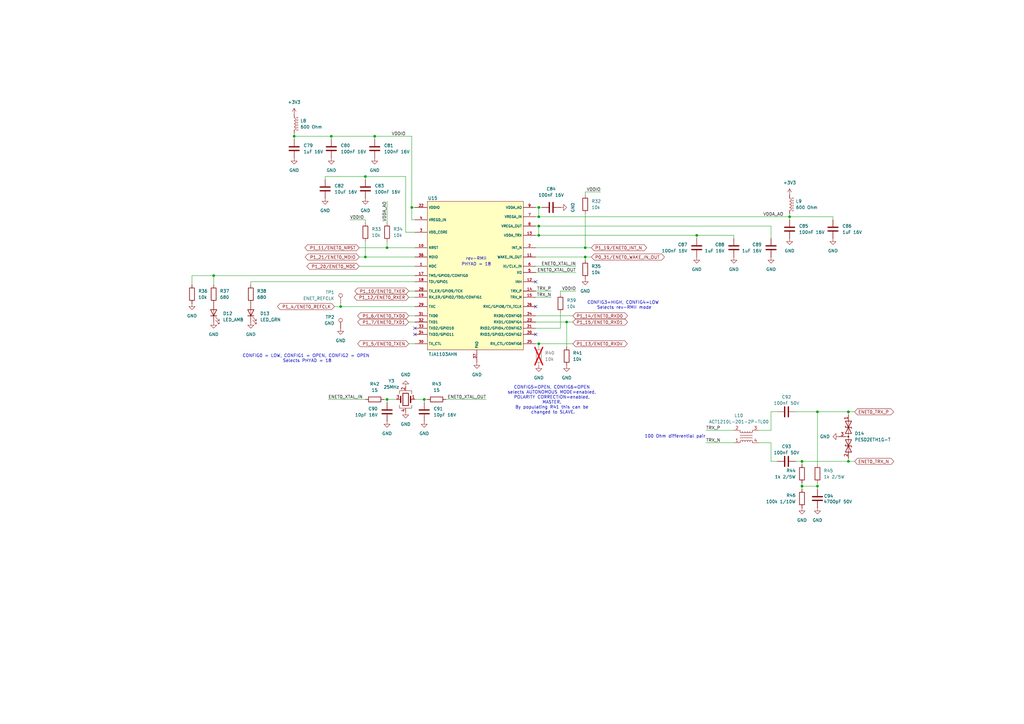
<source format=kicad_sch>
(kicad_sch (version 20231120) (generator "eeschema") (generator_version "8.0")
  (paper "A3")
  (title_block (title "MR-MCXN-T1 Sensor Node") (date "2025-03-28") (rev "X0") (company "NXP SEMICONDUCTORS B.V.") (comment 1 "CLASSIFICATION: INTERNAL USE ONLY") (comment 3 "DESIGNER: YOURI TILS") (comment 4 "CTO SYSTEM INNOVATIONS / MOBILE ROBOTICS DOMAIN"))
  (lib_symbols
    (symbol "Connector:TestPoint" (pin_numbers hide) (pin_names (offset 0.762) hide)
      (property "Reference" "TP" (at 0 6.858 0))
      (property "Value" "TestPoint" (at 0 5.08 0))
      (symbol "TestPoint_0_1"
        (circle (center 0 3.302) (radius 0.762))
      )
      (symbol "TestPoint_1_1"
        (pin passive line (at 0 0 90) (length 2.54) (name "1") (number "1"))
      )
    )
    (symbol "Device:C" (pin_numbers hide) (pin_names (offset 0.254))
      (property "Reference" "C" (at 0.635 2.54 0))
      (property "Value" "C" (at 0.635 -2.54 0))
      (symbol "C_0_1"
        (polyline (pts (xy -2.032 -0.762) (xy 2.032 -0.762)) (stroke (width 0.508)))
        (polyline (pts (xy -2.032 0.762) (xy 2.032 0.762)) (stroke (width 0.508)))
      )
      (symbol "C_1_1"
        (pin passive line (at 0 3.81 270) (length 2.794) (name "~") (number "1"))
        (pin passive line (at 0 -3.81 90) (length 2.794) (name "~") (number "2"))
      )
    )
    (symbol "Device:Crystal_GND24" (pin_names (offset 1.016) hide)
      (property "Reference" "Y" (at 3.175 5.08 0))
      (property "Value" "Crystal_GND24" (at 3.175 3.175 0))
      (symbol "Crystal_GND24_0_1"
        (rectangle (start -1.143 2.54) (end 1.143 -2.54) (stroke (width 0.3048)))
        (polyline (pts (xy -2.54 0) (xy -2.032 0)))
        (polyline (pts (xy -2.032 -1.27) (xy -2.032 1.27)) (stroke (width 0.508)))
        (polyline (pts (xy 0 -3.81) (xy 0 -3.556)))
        (polyline (pts (xy 0 3.556) (xy 0 3.81)))
        (polyline (pts (xy 2.032 -1.27) (xy 2.032 1.27)) (stroke (width 0.508)))
        (polyline (pts (xy 2.032 0) (xy 2.54 0)))
        (polyline (pts (xy -2.54 -2.286) (xy -2.54 -3.556) (xy 2.54 -3.556) (xy 2.54 -2.286)))
        (polyline (pts (xy -2.54 2.286) (xy -2.54 3.556) (xy 2.54 3.556) (xy 2.54 2.286)))
      )
      (symbol "Crystal_GND24_1_1"
        (pin passive line (at -3.81 0 0) (length 1.27) (name "1") (number "1"))
        (pin passive line (at 0 5.08 270) (length 1.27) (name "2") (number "2"))
        (pin passive line (at 3.81 0 180) (length 1.27) (name "3") (number "3"))
        (pin passive line (at 0 -5.08 90) (length 1.27) (name "4") (number "4"))
      )
    )
    (symbol "Device:LED" (pin_numbers hide) (pin_names (offset 1.016) hide)
      (property "Reference" "D" (at 0 2.54 0))
      (property "Value" "LED" (at 0 -2.54 0))
      (symbol "LED_0_1"
        (polyline (pts (xy -1.27 -1.27) (xy -1.27 1.27)) (stroke (width 0.254)))
        (polyline (pts (xy -1.27 0) (xy 1.27 0)))
        (polyline (pts (xy 1.27 -1.27) (xy 1.27 1.27) (xy -1.27 0) (xy 1.27 -1.27)) (stroke (width 0.254)))
        (polyline (pts (xy -3.048 -0.762) (xy -4.572 -2.286) (xy -3.81 -2.286) (xy -4.572 -2.286) (xy -4.572 -1.524)))
        (polyline (pts (xy -1.778 -0.762) (xy -3.302 -2.286) (xy -2.54 -2.286) (xy -3.302 -2.286) (xy -3.302 -1.524)))
      )
      (symbol "LED_1_1"
        (pin passive line (at -3.81 0 0) (length 2.54) (name "K") (number "1"))
        (pin passive line (at 3.81 0 180) (length 2.54) (name "A") (number "2"))
      )
    )
    (symbol "Device:L_Ferrite" (pin_numbers hide) (pin_names (offset 1.016) hide)
      (property "Reference" "L" (at -1.27 0 90))
      (property "Value" "L_Ferrite" (at 2.794 0 90))
      (symbol "L_Ferrite_0_1"
        (arc (start 0 -2.54) (mid 0.6323 -1.905) (end 0 -1.27))
        (arc (start 0 -1.27) (mid 0.6323 -0.635) (end 0 0))
        (polyline (pts (xy 1.016 -2.794) (xy 1.016 -2.286)))
        (polyline (pts (xy 1.016 -1.778) (xy 1.016 -1.27)))
        (polyline (pts (xy 1.016 -0.762) (xy 1.016 -0.254)))
        (polyline (pts (xy 1.016 0.254) (xy 1.016 0.762)))
        (polyline (pts (xy 1.016 1.27) (xy 1.016 1.778)))
        (polyline (pts (xy 1.016 2.286) (xy 1.016 2.794)))
        (polyline (pts (xy 1.524 -2.286) (xy 1.524 -2.794)))
        (polyline (pts (xy 1.524 -1.27) (xy 1.524 -1.778)))
        (polyline (pts (xy 1.524 -0.254) (xy 1.524 -0.762)))
        (polyline (pts (xy 1.524 0.762) (xy 1.524 0.254)))
        (polyline (pts (xy 1.524 1.778) (xy 1.524 1.27)))
        (polyline (pts (xy 1.524 2.794) (xy 1.524 2.286)))
        (arc (start 0 0) (mid 0.6323 0.635) (end 0 1.27))
        (arc (start 0 1.27) (mid 0.6323 1.905) (end 0 2.54))
      )
      (symbol "L_Ferrite_1_1"
        (pin passive line (at 0 3.81 270) (length 1.27) (name "1") (number "1"))
        (pin passive line (at 0 -3.81 90) (length 1.27) (name "2") (number "2"))
      )
    )
    (symbol "Device:R" (pin_numbers hide) (pin_names (offset 0))
      (property "Reference" "R" (at 2.032 0 90))
      (property "Value" "R" (at 0 0 90))
      (symbol "R_0_1"
        (rectangle (start -1.016 -2.54) (end 1.016 2.54) (stroke (width 0.254)))
      )
      (symbol "R_1_1"
        (pin passive line (at 0 3.81 270) (length 1.27) (name "~") (number "1"))
        (pin passive line (at 0 -3.81 90) (length 1.27) (name "~") (number "2"))
      )
    )
    (symbol "Diodes:PESD2ETH1G-T" (pin_names hide)
      (property "Reference" "D" (at 0.254 6.604 0))
      (property "Value" "PESD2ETH1G-T" (at 0.254 4.064 0))
      (symbol "PESD2ETH1G-T_0_0"
        (polyline (pts (xy 8.89 -1.27) (xy 8.89 0)))
      )
      (symbol "PESD2ETH1G-T_0_1"
        (polyline (pts (xy 2.54 0) (xy 15.24 0)))
        (polyline (pts (xy 5.588 1.27) (xy 5.08 1.27) (xy 5.08 -1.27) (xy 4.572 -1.27)) (stroke (width 0.254)))
        (polyline (pts (xy 13.208 1.27) (xy 12.7 1.27) (xy 12.7 -1.27) (xy 12.192 -1.27)) (stroke (width 0.254)))
        (polyline (pts (xy 2.54 1.27) (xy 7.62 -1.27) (xy 7.62 1.27) (xy 2.54 -1.27) (xy 2.54 1.27)) (stroke (width 0.254)))
        (polyline (pts (xy 15.24 1.27) (xy 10.16 -1.27) (xy 10.16 1.27) (xy 15.24 -1.27) (xy 15.24 1.27)) (stroke (width 0.254)))
        (circle (center 8.89 0) (radius 0.254) (fill (type outline)))
      )
      (symbol "PESD2ETH1G-T_1_1"
        (pin passive line (at 0 0 0) (length 2.54) (name "A1") (number "1"))
        (pin passive line (at 17.78 0 180) (length 2.54) (name "A2") (number "2"))
        (pin passive line (at 8.89 -3.81 90) (length 2.54) (name "common") (number "3"))
      )
    )
    (symbol "Inductors:ACT1210L-201-2P-TL00" (pin_names hide)
      (property "Reference" "L" (at 0.508 6.604 0))
      (property "Value" "ACT1210L-201-2P-TL00" (at 0.508 4.064 0))
      (symbol "ACT1210L-201-2P-TL00_0_1"
        (polyline (pts (xy 2.54 -4.572) (xy 2.54 -5.08)))
        (polyline (pts (xy 2.54 -2.032) (xy 7.62 -2.032)))
        (polyline (pts (xy 2.54 -0.508) (xy 2.54 0)))
        (polyline (pts (xy 7.62 -4.572) (xy 7.62 -5.08)))
        (polyline (pts (xy 7.62 -3.048) (xy 2.54 -3.048)))
        (polyline (pts (xy 7.62 0) (xy 7.62 -0.508)))
        (arc (start 2.54 -0.508) (mid 3.048 -1.0138) (end 3.556 -0.508))
        (arc (start 3.556 -4.572) (mid 3.048 -4.0662) (end 2.54 -4.572))
        (arc (start 3.556 -0.508) (mid 4.064 -1.0138) (end 4.572 -0.508))
        (arc (start 4.572 -4.572) (mid 4.064 -4.0662) (end 3.556 -4.572))
        (arc (start 4.572 -0.508) (mid 5.08 -1.0138) (end 5.588 -0.508))
        (arc (start 5.588 -4.572) (mid 5.08 -4.0662) (end 4.572 -4.572))
        (arc (start 5.588 -0.508) (mid 6.096 -1.0138) (end 6.604 -0.508))
        (arc (start 6.604 -4.572) (mid 6.096 -4.0662) (end 5.588 -4.572))
        (arc (start 6.604 -0.508) (mid 7.112 -1.0138) (end 7.62 -0.508))
        (arc (start 7.62 -4.572) (mid 7.112 -4.0662) (end 6.604 -4.572))
      )
      (symbol "ACT1210L-201-2P-TL00_1_1"
        (pin passive line (at 0 0 0) (length 2.54) (name "1") (number "1"))
        (pin passive line (at 0 -5.08 0) (length 2.54) (name "2") (number "2"))
        (pin passive line (at 10.16 -5.08 180) (length 2.54) (name "3") (number "3"))
        (pin passive line (at 10.16 0 180) (length 2.54) (name "4") (number "4"))
      )
    )
    (symbol "Transceivers:TJA1103AHN"
      (property "Reference" "U" (at -19.304 31.75 0))
      (property "Value" "TJA1103AHN" (at -13.97 -32.004 0))
      (symbol "TJA1103AHN_1_0"
        (pin input line (at -25.4 3.81 0) (length 5.08) (name "MDC") (number "1"))
        (pin input line (at -25.4 11.43 0) (length 5.08) (name "NRST") (number "10"))
        (pin bidirectional line (at 24.13 7.62 180) (length 5.08) (name "WAKE_IN_OUT") (number "11"))
        (pin output line (at 24.13 -2.54 180) (length 5.08) (name "INH") (number "12"))
        (pin power_in line (at 24.13 16.51 180) (length 5.08) (name "VDDA_TRX") (number "13"))
        (pin bidirectional line (at 24.13 -6.35 180) (length 5.08) (name "TRX_P") (number "14"))
        (pin bidirectional line (at 24.13 -8.89 180) (length 5.08) (name "TRX_M") (number "15"))
        (pin power_in line (at 24.13 16.51 180) (length 5.08) hide (name "VDDA_TRX") (number "16"))
        (pin bidirectional line (at -25.4 0 0) (length 5.08) (name "TMS/GPIO0/CONFIG0") (number "17"))
        (pin bidirectional line (at -25.4 -2.54 0) (length 5.08) (name "TDI/GPIO1") (number "18"))
        (pin bidirectional line (at -25.4 -8.89 0) (length 5.08) (name "RX_ER/GPIO2/TDO/CONFIG1") (number "19"))
        (pin output line (at 24.13 11.43 180) (length 5.08) (name "INT_N") (number "2"))
        (pin bidirectional line (at 24.13 -24.13 180) (length 5.08) (name "RXD3/GPIO3/CONFIG2") (number "20"))
        (pin bidirectional line (at 24.13 -21.59 180) (length 5.08) (name "RXD2/GPIO4/CONFIG3") (number "21"))
        (pin power_in line (at -25.4 27.94 0) (length 5.08) (name "VDDIO") (number "22"))
        (pin bidirectional line (at 24.13 -19.05 180) (length 5.08) (name "RXD1/CONFIG4") (number "23"))
        (pin bidirectional line (at 24.13 -16.51 180) (length 5.08) (name "RXD0/CONFIG5") (number "24"))
        (pin bidirectional line (at 24.13 -27.94 180) (length 5.08) (name "RX_CTL/CONFIG6") (number "25"))
        (pin bidirectional line (at 24.13 -12.7 180) (length 5.08) (name "RXC/GPIO8/TX_TCLK") (number "26"))
        (pin power_in line (at -25.4 27.94 0) (length 5.08) hide (name "VDDIO") (number "27"))
        (pin bidirectional line (at -25.4 -6.35 0) (length 5.08) (name "TX_ER/GPIO9/TCK") (number "28"))
        (pin bidirectional line (at -25.4 -12.7 0) (length 5.08) (name "TXC") (number "29"))
        (pin power_in line (at -25.4 17.78 0) (length 5.08) (name "VDD_CORE") (number "3"))
        (pin input line (at -25.4 -27.94 0) (length 5.08) (name "TX_CTL") (number "30"))
        (pin input line (at -25.4 -16.51 0) (length 5.08) (name "TXD0") (number "31"))
        (pin input line (at -25.4 -19.05 0) (length 5.08) (name "TXD1") (number "32"))
        (pin bidirectional line (at -25.4 -21.59 0) (length 5.08) (name "TXD2/GPIO10") (number "33"))
        (pin bidirectional line (at -25.4 -24.13 0) (length 5.08) (name "TXD3/GPIO11") (number "34"))
        (pin power_in line (at -25.4 27.94 0) (length 5.08) hide (name "VDDIO") (number "35"))
        (pin bidirectional line (at -25.4 7.62 0) (length 5.08) (name "MDIO") (number "36"))
        (pin power_in line (at 0 -35.56 90) (length 5.08) (name "PAD") (number "37"))
        (pin power_in line (at -25.4 22.86 0) (length 5.08) (name "VREGD_IN") (number "4"))
        (pin output line (at 24.13 1.27 180) (length 5.08) (name "XO") (number "5"))
        (pin input line (at 24.13 3.81 180) (length 5.08) (name "XI/CLK_IN") (number "6"))
        (pin power_in line (at 24.13 24.13 180) (length 5.08) (name "VREGA_IN") (number "7"))
        (pin power_in line (at 24.13 20.32 180) (length 5.08) (name "VREGA_OUT") (number "8"))
        (pin power_in line (at 24.13 27.94 180) (length 5.08) (name "VDDA_AO") (number "9"))
      )
      (symbol "TJA1103AHN_1_1"
        (rectangle (start -20.32 30.48) (end 19.05 -30.48) (fill (type background)))
      )
    )
    (symbol "power:+5V" (power) (pin_numbers hide) (pin_names (offset 0) hide)
      (property "Value" "+5V" (at 0 3.556 0))
      (symbol "+5V_0_1"
        (polyline (pts (xy -0.762 1.27) (xy 0 2.54)))
        (polyline (pts (xy 0 0) (xy 0 2.54)))
        (polyline (pts (xy 0 2.54) (xy 0.762 1.27)))
      )
      (symbol "+5V_1_1"
        (pin power_in line (at 0 0 90) (length 0) (name "~") (number "1"))
      )
    )
    (symbol "power:GND" (power) (pin_numbers hide) (pin_names (offset 0) hide)
      (property "Value" "GND" (at 0 -3.81 0))
      (symbol "GND_0_1"
        (polyline (pts (xy 0 0) (xy 0 -1.27) (xy 1.27 -1.27) (xy 0 -2.54) (xy -1.27 -1.27) (xy 0 -1.27)))
      )
      (symbol "GND_1_1"
        (pin power_in line (at 0 0 270) (length 0) (name "~") (number "1"))
      )
    )
  )
  (junction (at 323.85 88.9))
  (junction (at 139.7 125.73))
  (junction (at 173.99 163.83))
  (junction (at 328.93 199.39))
  (junction (at 149.86 105.41))
  (junction (at 158.75 163.83))
  (junction (at 335.28 199.39))
  (junction (at 240.03 101.6))
  (junction (at 232.41 132.08))
  (junction (at 168.91 85.09))
  (junction (at 220.98 96.52))
  (junction (at 220.98 85.09))
  (junction (at 285.75 96.52))
  (junction (at 347.98 189.23))
  (junction (at 87.63 113.03))
  (junction (at 120.65 55.88))
  (junction (at 220.98 92.71))
  (junction (at 335.28 168.91))
  (junction (at 347.98 168.91))
  (junction (at 158.75 101.6))
  (junction (at 220.98 140.97))
  (junction (at 135.89 55.88))
  (junction (at 328.93 189.23))
  (junction (at 153.67 55.88))
  (junction (at 240.03 105.41))
  (junction (at 220.98 88.9))
  (junction (at 149.86 72.39))
  (no_connect (at 219.71 115.57))
  (no_connect (at 170.18 134.62))
  (no_connect (at 219.71 137.16))
  (no_connect (at 170.18 137.16))
  (no_connect (at 219.71 125.73))
  (wire (pts (xy 149.86 99.06) (xy 149.86 105.41)))
  (wire (pts (xy 143.51 90.17) (xy 149.86 90.17)))
  (wire (pts (xy 158.75 163.83) (xy 162.56 163.83)))
  (wire (pts (xy 158.75 82.55) (xy 158.75 91.44)))
  (wire (pts (xy 166.37 95.25) (xy 170.18 95.25)))
  (wire (pts (xy 341.63 88.9) (xy 341.63 90.17)))
  (wire (pts (xy 149.86 72.39) (xy 133.35 72.39)))
  (wire (pts (xy 220.98 92.71) (xy 316.23 92.71)))
  (wire (pts (xy 326.39 168.91) (xy 335.28 168.91)))
  (wire (pts (xy 289.56 176.53) (xy 300.99 176.53)))
  (wire (pts (xy 219.71 105.41) (xy 240.03 105.41)))
  (wire (pts (xy 219.71 85.09) (xy 220.98 85.09)))
  (wire (pts (xy 149.86 73.66) (xy 149.86 72.39)))
  (wire (pts (xy 316.23 168.91) (xy 316.23 176.53)))
  (wire (pts (xy 220.98 88.9) (xy 323.85 88.9)))
  (wire (pts (xy 149.86 72.39) (xy 166.37 72.39)))
  (wire (pts (xy 316.23 189.23) (xy 316.23 181.61)))
  (wire (pts (xy 326.39 189.23) (xy 328.93 189.23)))
  (wire (pts (xy 347.98 168.91) (xy 350.52 168.91)))
  (wire (pts (xy 289.56 181.61) (xy 300.99 181.61)))
  (wire (pts (xy 240.03 80.01) (xy 240.03 78.74)))
  (wire (pts (xy 102.87 115.57) (xy 170.18 115.57)))
  (wire (pts (xy 347.98 189.23) (xy 347.98 187.96)))
  (wire (pts (xy 316.23 97.79) (xy 316.23 92.71)))
  (wire (pts (xy 167.64 132.08) (xy 170.18 132.08)))
  (wire (pts (xy 220.98 85.09) (xy 220.98 88.9)))
  (wire (pts (xy 300.99 97.79) (xy 300.99 96.52)))
  (wire (pts (xy 133.35 73.66) (xy 133.35 72.39)))
  (wire (pts (xy 135.89 55.88) (xy 153.67 55.88)))
  (wire (pts (xy 157.48 163.83) (xy 158.75 163.83)))
  (wire (pts (xy 153.67 55.88) (xy 153.67 57.15)))
  (wire (pts (xy 220.98 85.09) (xy 222.25 85.09)))
  (wire (pts (xy 158.75 99.06) (xy 158.75 101.6)))
  (wire (pts (xy 102.87 115.57) (xy 102.87 116.84)))
  (wire (pts (xy 182.88 163.83) (xy 199.39 163.83)))
  (wire (pts (xy 328.93 199.39) (xy 335.28 199.39)))
  (wire (pts (xy 234.95 140.97) (xy 220.98 140.97)))
  (wire (pts (xy 87.63 113.03) (xy 87.63 116.84)))
  (wire (pts (xy 328.93 199.39) (xy 328.93 200.66)))
  (wire (pts (xy 335.28 199.39) (xy 335.28 200.66)))
  (wire (pts (xy 173.99 163.83) (xy 175.26 163.83)))
  (wire (pts (xy 335.28 168.91) (xy 335.28 190.5)))
  (wire (pts (xy 347.98 189.23) (xy 350.52 189.23)))
  (wire (pts (xy 173.99 163.83) (xy 173.99 165.1)))
  (wire (pts (xy 219.71 88.9) (xy 220.98 88.9)))
  (wire (pts (xy 220.98 96.52) (xy 219.71 96.52)))
  (wire (pts (xy 147.32 101.6) (xy 158.75 101.6)))
  (wire (pts (xy 220.98 140.97) (xy 219.71 140.97)))
  (wire (pts (xy 170.18 163.83) (xy 173.99 163.83)))
  (wire (pts (xy 219.71 121.92) (xy 226.06 121.92)))
  (wire (pts (xy 316.23 168.91) (xy 318.77 168.91)))
  (wire (pts (xy 167.64 140.97) (xy 170.18 140.97)))
  (wire (pts (xy 242.57 105.41) (xy 240.03 105.41)))
  (wire (pts (xy 219.71 92.71) (xy 220.98 92.71)))
  (wire (pts (xy 78.74 113.03) (xy 87.63 113.03)))
  (wire (pts (xy 232.41 132.08) (xy 232.41 142.24)))
  (wire (pts (xy 240.03 78.74) (xy 246.38 78.74)))
  (wire (pts (xy 167.64 129.54) (xy 170.18 129.54)))
  (wire (pts (xy 328.93 198.12) (xy 328.93 199.39)))
  (wire (pts (xy 311.15 176.53) (xy 316.23 176.53)))
  (wire (pts (xy 120.65 54.61) (xy 120.65 55.88)))
  (wire (pts (xy 347.98 168.91) (xy 347.98 170.18)))
  (wire (pts (xy 285.75 97.79) (xy 285.75 96.52)))
  (wire (pts (xy 234.95 129.54) (xy 219.71 129.54)))
  (wire (pts (xy 153.67 55.88) (xy 168.91 55.88)))
  (wire (pts (xy 147.32 105.41) (xy 149.86 105.41)))
  (wire (pts (xy 167.64 119.38) (xy 170.18 119.38)))
  (wire (pts (xy 316.23 181.61) (xy 311.15 181.61)))
  (wire (pts (xy 147.32 109.22) (xy 170.18 109.22)))
  (wire (pts (xy 220.98 140.97) (xy 220.98 142.24)))
  (wire (pts (xy 219.71 109.22) (xy 236.22 109.22)))
  (wire (pts (xy 219.71 132.08) (xy 232.41 132.08)))
  (wire (pts (xy 323.85 88.9) (xy 323.85 90.17)))
  (wire (pts (xy 139.7 124.46) (xy 139.7 125.73)))
  (wire (pts (xy 78.74 116.84) (xy 78.74 113.03)))
  (wire (pts (xy 335.28 168.91) (xy 347.98 168.91)))
  (wire (pts (xy 219.71 134.62) (xy 229.87 134.62)))
  (wire (pts (xy 170.18 90.17) (xy 168.91 90.17)))
  (wire (pts (xy 219.71 119.38) (xy 226.06 119.38)))
  (wire (pts (xy 316.23 189.23) (xy 318.77 189.23)))
  (wire (pts (xy 149.86 105.41) (xy 170.18 105.41)))
  (wire (pts (xy 134.62 163.83) (xy 149.86 163.83)))
  (wire (pts (xy 323.85 87.63) (xy 323.85 88.9)))
  (wire (pts (xy 168.91 85.09) (xy 170.18 85.09)))
  (wire (pts (xy 220.98 96.52) (xy 285.75 96.52)))
  (wire (pts (xy 335.28 198.12) (xy 335.28 199.39)))
  (wire (pts (xy 158.75 101.6) (xy 170.18 101.6)))
  (wire (pts (xy 120.65 55.88) (xy 120.65 57.15)))
  (wire (pts (xy 229.87 134.62) (xy 229.87 128.27)))
  (wire (pts (xy 328.93 189.23) (xy 347.98 189.23)))
  (wire (pts (xy 328.93 189.23) (xy 328.93 190.5)))
  (wire (pts (xy 139.7 125.73) (xy 170.18 125.73)))
  (wire (pts (xy 219.71 101.6) (xy 240.03 101.6)))
  (wire (pts (xy 166.37 72.39) (xy 166.37 95.25)))
  (wire (pts (xy 242.57 101.6) (xy 240.03 101.6)))
  (wire (pts (xy 170.18 113.03) (xy 87.63 113.03)))
  (wire (pts (xy 158.75 163.83) (xy 158.75 165.1)))
  (wire (pts (xy 240.03 105.41) (xy 240.03 106.68)))
  (wire (pts (xy 220.98 92.71) (xy 220.98 96.52)))
  (wire (pts (xy 168.91 90.17) (xy 168.91 85.09)))
  (wire (pts (xy 219.71 111.76) (xy 236.22 111.76)))
  (wire (pts (xy 167.64 121.92) (xy 170.18 121.92)))
  (wire (pts (xy 285.75 96.52) (xy 300.99 96.52)))
  (wire (pts (xy 323.85 88.9) (xy 341.63 88.9)))
  (wire (pts (xy 240.03 101.6) (xy 240.03 87.63)))
  (wire (pts (xy 232.41 132.08) (xy 234.95 132.08)))
  (wire (pts (xy 135.89 57.15) (xy 135.89 55.88)))
  (wire (pts (xy 229.87 119.38) (xy 236.22 119.38)))
  (wire (pts (xy 137.16 125.73) (xy 139.7 125.73)))
  (wire (pts (xy 149.86 90.17) (xy 149.86 91.44)))
  (wire (pts (xy 120.65 55.88) (xy 135.89 55.88)))
  (wire (pts (xy 229.87 120.65) (xy 229.87 119.38)))
  (wire (pts (xy 168.91 85.09) (xy 168.91 55.88)))
  (text "CONFIG0 = LOW, CONFIG1 = OPEN, CONFIG2 = OPEN \nSelects PHYAD = 18" (at 125.984 147.066 0) (effects (font (size 1.27 1.27))))
  (text "100 Ohm differential pair" (at 276.86 179.07 0) (effects (font (size 1.27 1.27))))
  (text "rev-RMII" (at 195.326 106.172 0) (effects (font (size 1.27 1.27))))
  (text "PHYAD = 18" (at 195.326 108.458 0) (effects (font (size 1.27 1.27))))
  (text "CONFIG5=OPEN, CONFIG6=OPEN \nselects AUTONOMOUS MODE=enabled, \nPOLARITY CORRECTION=enabled, \nMASTER. \nBy populating R41 this can be \nchanged to SLAVE." (at 226.822 164.084 0) (effects (font (size 1.27 1.27))))
  (text "CONFIG3=HIGH, CONFIG4=LOW \nSelects rev-RMII mode" (at 256.032 125.222 0) (effects (font (size 1.27 1.27))))
  (label "VDDIO" (at 143.51 90.17 0))
  (label "VDDA_AO" (at 158.75 82.55 270))
  (label "TRX_N" (at 289.56 181.61 0))
  (label "VDDIO" (at 236.22 119.38 180))
  (label "ENET0_XTAL_OUT" (at 199.39 163.83 180))
  (label "TRX_N" (at 226.06 121.92 180))
  (label "TRX_P" (at 226.06 119.38 180))
  (label "TRX_P" (at 289.56 176.53 0))
  (label "VDDIO" (at 246.38 78.74 180))
  (label "ENET0_XTAL_OUT" (at 236.22 111.76 180))
  (label "VDDIO" (at 166.37 55.88 180))
  (label "ENET0_XTAL_IN" (at 236.22 109.22 180))
  (label "VDDA_AO" (at 321.31 88.9 180))
  (label "ENET0_XTAL_IN" (at 134.62 163.83 0))
  (global_label "P1_15{slash}ENET0_RXD1" (shape bidirectional) (at 234.95 132.08 0) (property "Intersheetrefs" "${INTERSHEET_REFS}" (at 257.9753 132.08 0) (effects (justify left))))
  (global_label "P1_10{slash}ENET0_TXER" (shape bidirectional) (at 167.64 119.38 180) (property "Intersheetrefs" "${INTERSHEET_REFS}" (at 144.9776 119.38 0) (effects (justify right))))
  (global_label "P1_7{slash}ENET0_TXD1" (shape bidirectional) (at 167.64 132.08 180) (property "Intersheetrefs" "${INTERSHEET_REFS}" (at 146.1266 132.08 0) (effects (justify right))))
  (global_label "P1_19{slash}ENET0_INT_N" (shape bidirectional) (at 242.57 101.6 0) (property "Intersheetrefs" "${INTERSHEET_REFS}" (at 265.8373 101.6 0) (effects (justify left))))
  (global_label "P0_31{slash}ENET0_WAKE_IN_OUT" (shape bidirectional) (at 242.57 105.41 0) (property "Intersheetrefs" "${INTERSHEET_REFS}" (at 273.0944 105.41 0) (effects (justify left))))
  (global_label "P1_4{slash}ENET0_REFCLK" (shape bidirectional) (at 137.16 125.73 180) (property "Intersheetrefs" "${INTERSHEET_REFS}" (at 113.2275 125.73 0) (effects (justify right))))
  (global_label "P1_6{slash}ENET0_TXD0" (shape bidirectional) (at 167.64 129.54 180) (property "Intersheetrefs" "${INTERSHEET_REFS}" (at 146.1266 129.54 0) (effects (justify right))))
  (global_label "P1_13{slash}ENET0_RXDV" (shape bidirectional) (at 234.95 140.97 0) (property "Intersheetrefs" "${INTERSHEET_REFS}" (at 257.8544 140.97 0) (effects (justify left))))
  (global_label "P1_12{slash}ENET0_RXER" (shape bidirectional) (at 167.64 121.92 180) (property "Intersheetrefs" "${INTERSHEET_REFS}" (at 144.6752 121.92 0) (effects (justify right))))
  (global_label "P1_21{slash}ENET0_MDIO" (shape bidirectional) (at 147.32 105.41 180) (property "Intersheetrefs" "${INTERSHEET_REFS}" (at 124.597 105.41 0) (effects (justify right))))
  (global_label "P1_5{slash}ENET0_TXEN" (shape bidirectional) (at 167.64 140.97 180) (property "Intersheetrefs" "${INTERSHEET_REFS}" (at 146.1266 140.97 0) (effects (justify right))))
  (global_label "ENET0_TRX_P" (shape bidirectional) (at 350.52 168.91 0) (property "Intersheetrefs" "${INTERSHEET_REFS}" (at 367.0744 168.91 0) (effects (justify left))))
  (global_label "P1_20{slash}ENET0_MDC" (shape bidirectional) (at 147.32 109.22 180) (property "Intersheetrefs" "${INTERSHEET_REFS}" (at 125.2623 109.22 0) (effects (justify right))))
  (global_label "ENET0_TRX_N" (shape bidirectional) (at 350.52 189.23 0) (property "Intersheetrefs" "${INTERSHEET_REFS}" (at 367.1349 189.23 0) (effects (justify left))))
  (global_label "P1_11{slash}ENET0_NRST" (shape bidirectional) (at 147.32 101.6 180) (property "Intersheetrefs" "${INTERSHEET_REFS}" (at 124.4761 101.6 0) (effects (justify right))))
  (global_label "P1_14{slash}ENET0_RXD0" (shape bidirectional) (at 234.95 129.54 0) (property "Intersheetrefs" "${INTERSHEET_REFS}" (at 257.9753 129.54 0) (effects (justify left))))
  (symbol (lib_id "Device:C") (at 149.86 77.47 180) (unit 1)
    (property "Reference" "C83" (at 153.67 76.1999 0) (effects (justify right)))
    (property "Value" "100nF 16V" (at 153.67 78.7399 0) (effects (justify right)))
    (property "Footprint" "Capacitor_SMD:C_0402_1005Metric" (effects (hide yes)))
    (property "Description" "Unpolarized capacitor" (effects (hide yes)))
    (property "Supplier" "JLCPCB" (effects (hide yes)))
    (property "MF" "Samsung Electro-Mechanics" (effects (hide yes)))
    (property "MFPN" "CL05B104KO5NNNC" (effects (hide yes)))
    (property "Supplier PN" "C1525" (effects (hide yes)))
  )
  (symbol (lib_id "power:GND") (at 344.17 179.07 270) (unit 1)
    (property "Reference" "#PWR0232" (effects (hide yes)))
    (property "Value" "GND" (at 340.36 179.0699 90) (effects (justify right)))
    (property "Description" "Power symbol creates a global label with name \"GND\" , ground" (effects (hide yes)))
  )
  (symbol (lib_id "Device:L_Ferrite") (at 323.85 83.82 0) (unit 1)
    (property "Reference" "L9" (at 326.39 82.5499 0) (effects (justify left)))
    (property "Value" "600 Ohm" (at 326.39 85.0899 0) (effects (justify left)))
    (property "Footprint" "Inductor_SMD:L_0402_1005Metric" (effects (hide yes)))
    (property "Datasheet" "https://www.murata.com/en-us/products/productdata/8796740059166/ENFA0018.pdf" (effects (hide yes)))
    (property "Description" "600 Ohms @ 100 MHz 1 Ferrite Bead 0402 (1005 Metric) 300mA 520mOhm" (effects (hide yes)))
    (property "MF" "Murata Electronics" (effects (hide yes)))
    (property "MFPN" "BLM15AG601SN1D" (effects (hide yes)))
    (property "Supplier" "JLCPCB" (effects (hide yes)))
    (property "Supplier PN" "C76884" (effects (hide yes)))
  )
  (symbol (lib_id "power:GND") (at 285.75 105.41 0) (unit 1)
    (property "Reference" "#PWR0217" (effects (hide yes)))
    (property "Value" "GND" (at 285.75 110.49 0))
    (property "Description" "Power symbol creates a global label with name \"GND\" , ground" (effects (hide yes)))
  )
  (symbol (lib_id "Device:C") (at 341.63 93.98 180) (unit 1)
    (property "Reference" "C86" (at 345.44 92.7099 0) (effects (justify right)))
    (property "Value" "1uF 16V" (at 345.44 95.2499 0) (effects (justify right)))
    (property "Footprint" "Capacitor_SMD:C_0603_1608Metric" (effects (hide yes)))
    (property "Description" "Unpolarized capacitor" (effects (hide yes)))
    (property "Supplier" "JLCPCB" (effects (hide yes)))
    (property "MF" "Samsung Electro-Mechanics" (effects (hide yes)))
    (property "MFPN" "CL10B105KO8NNNC" (effects (hide yes)))
    (property "Supplier PN" "C59782" (effects (hide yes)))
  )
  (symbol (lib_id "Device:C") (at 323.85 93.98 180) (unit 1)
    (property "Reference" "C85" (at 327.66 92.7099 0) (effects (justify right)))
    (property "Value" "100nF 16V" (at 327.66 95.2499 0) (effects (justify right)))
    (property "Footprint" "Capacitor_SMD:C_0402_1005Metric" (effects (hide yes)))
    (property "Description" "Unpolarized capacitor" (effects (hide yes)))
    (property "Supplier" "JLCPCB" (effects (hide yes)))
    (property "MF" "Samsung Electro-Mechanics" (effects (hide yes)))
    (property "MFPN" "CL05B104KO5NNNC" (effects (hide yes)))
    (property "Supplier PN" "C1525" (effects (hide yes)))
  )
  (symbol (lib_id "power:GND") (at 173.99 172.72 0) (unit 1)
    (property "Reference" "#PWR0231" (effects (hide yes)))
    (property "Value" "GND" (at 173.99 177.8 0))
    (property "Description" "Power symbol creates a global label with name \"GND\" , ground" (effects (hide yes)))
  )
  (symbol (lib_id "Device:L_Ferrite") (at 120.65 50.8 0) (unit 1)
    (property "Reference" "L8" (at 123.19 49.5299 0) (effects (justify left)))
    (property "Value" "600 Ohm" (at 123.19 52.0699 0) (effects (justify left)))
    (property "Footprint" "Inductor_SMD:L_0402_1005Metric" (effects (hide yes)))
    (property "Datasheet" "https://www.murata.com/en-us/products/productdata/8796740059166/ENFA0018.pdf" (effects (hide yes)))
    (property "Description" "600 Ohms @ 100 MHz 1 Ferrite Bead 0402 (1005 Metric) 300mA 520mOhm" (effects (hide yes)))
    (property "MF" "Murata Electronics" (effects (hide yes)))
    (property "MFPN" "BLM15AG601SN1D" (effects (hide yes)))
    (property "Supplier" "JLCPCB" (effects (hide yes)))
    (property "Supplier PN" "C76884" (effects (hide yes)))
  )
  (symbol (lib_id "Device:C") (at 133.35 77.47 180) (unit 1)
    (property "Reference" "C82" (at 137.16 76.1999 0) (effects (justify right)))
    (property "Value" "10uF 16V" (at 137.16 78.7399 0) (effects (justify right)))
    (property "Footprint" "Capacitor_SMD:C_0805_2012Metric" (effects (hide yes)))
    (property "Description" "Unpolarized capacitor" (effects (hide yes)))
    (property "Supplier" "JLCPCB" (effects (hide yes)))
    (property "MF" "Samsung Electro-Mechanics" (effects (hide yes)))
    (property "MFPN" "CL21B106KOQNNNE" (effects (hide yes)))
    (property "Supplier PN" "C95841" (effects (hide yes)))
  )
  (symbol (lib_id "power:GND") (at 139.7 134.62 0) (unit 1)
    (property "Reference" "#PWR0224" (effects (hide yes)))
    (property "Value" "GND" (at 139.7 139.7 0))
    (property "Description" "Power symbol creates a global label with name \"GND\" , ground" (effects (hide yes)))
  )
  (symbol (lib_id "power:GND") (at 335.28 208.28 0) (unit 1)
    (property "Reference" "#PWR0234" (effects (hide yes)))
    (property "Value" "GND" (at 335.28 213.36 0))
    (property "Description" "Power symbol creates a global label with name \"GND\" , ground" (effects (hide yes)))
  )
  (symbol (lib_id "Device:R") (at 328.93 194.31 0) (mirror y) (unit 1)
    (property "Reference" "R44" (at 326.39 193.0399 0) (effects (justify left)))
    (property "Value" "1k 2/5W" (at 326.39 195.5799 0) (effects (justify left)))
    (property "Footprint" "Resistor_SMD:R_0805_2012Metric" (effects (hide yes)))
    (property "Datasheet" "https://fscdn.rohm.com/en/products/databook/datasheet/passive/resistor/chip_resistor/esr-e.pdf" (effects (hide yes)))
    (property "Description" "1 kOhms ±1% 0.4W, 2/5W Chip Resistor 0805 (2012 Metric) Automotive AEC-Q200, Pulse Withstanding Thick Film" (effects (hide yes)))
    (property "Supplier" "DigiKey" (effects (hide yes)))
    (property "MF" "Rohm Semiconductor" (effects (hide yes)))
    (property "MFPN" "ESR10EZPF1001" (effects (hide yes)))
    (property "Supplier PN" "RHM1.00KAECT-ND" (effects (hide yes)))
  )
  (symbol (lib_id "Device:C") (at 153.67 60.96 180) (unit 1)
    (property "Reference" "C81" (at 157.48 59.6899 0) (effects (justify right)))
    (property "Value" "100nF 16V" (at 157.48 62.2299 0) (effects (justify right)))
    (property "Footprint" "Capacitor_SMD:C_0402_1005Metric" (effects (hide yes)))
    (property "Description" "Unpolarized capacitor" (effects (hide yes)))
    (property "Supplier" "JLCPCB" (effects (hide yes)))
    (property "MF" "Samsung Electro-Mechanics" (effects (hide yes)))
    (property "MFPN" "CL05B104KO5NNNC" (effects (hide yes)))
    (property "Supplier PN" "C1525" (effects (hide yes)))
  )
  (symbol (lib_id "power:GND") (at 102.87 132.08 0) (unit 1)
    (property "Reference" "#PWR0223" (effects (hide yes)))
    (property "Value" "GND" (at 102.87 137.16 0))
    (property "Description" "Power symbol creates a global label with name \"GND\" , ground" (effects (hide yes)))
  )
  (symbol (lib_id "power:GND") (at 323.85 97.79 0) (unit 1)
    (property "Reference" "#PWR0215" (effects (hide yes)))
    (property "Value" "GND" (at 323.85 102.87 0))
    (property "Description" "Power symbol creates a global label with name \"GND\" , ground" (effects (hide yes)))
  )
  (symbol (lib_id "Transceivers:TJA1103AHN") (at 195.58 113.03 0) (unit 1)
    (property "Reference" "U15" (at 175.514 81.28 0) (effects (justify left)))
    (property "Value" "TJA1103AHN" (at 175.768 145.288 0) (effects (justify left)))
    (property "Footprint" "NXP_HV:HVQFN36_SOT1092-2_NXP" (effects (hide yes)))
    (property "Datasheet" "https://www.nxp.com/products/TJA1103?ticket=ST-33332-BX3LsXOJuWccrM0kp0NBEScjv-M-www.nxp.com#null" (effects (hide yes)))
    (property "Supplier" "DigiKey" (effects (hide yes)))
    (property "MF" "NXP USA Inc." (effects (hide yes)))
    (property "MFPN" "TJA1103AHN/0Z" (effects (hide yes)))
    (property "Supplier PN" "568-TJA1103AHN/0ZCT-ND" (effects (hide yes)))
  )
  (symbol (lib_id "Device:LED") (at 87.63 128.27 90) (unit 1)
    (property "Reference" "D12" (at 91.44 128.5874 90) (effects (justify right)))
    (property "Value" "LED_AMB" (at 91.44 131.1274 90) (effects (justify right)))
    (property "Footprint" "LED_SMD:LED_0603_1608Metric" (effects (hide yes)))
    (property "Description" "Light emitting diode" (effects (hide yes)))
    (property "MF" "BrtLed(Bright LED Elec)" (effects (hide yes)))
    (property "MFPN" "BL-HJC36G-AV-TRB" (effects (hide yes)))
    (property "Supplier" "JLCPCB" (effects (hide yes)))
    (property "Supplier PN" "C165983" (effects (hide yes)))
  )
  (symbol (lib_id "Device:R") (at 240.03 83.82 0) (unit 1)
    (property "Reference" "R32" (at 242.57 82.5499 0) (effects (justify left)))
    (property "Value" "10k" (at 242.57 85.0899 0) (effects (justify left)))
    (property "Footprint" "Resistor_SMD:R_0402_1005Metric" (effects (hide yes)))
    (property "Description" "Resistor" (effects (hide yes)))
    (property "MF" "UNI-ROYAL(Uniroyal Elec)" (effects (hide yes)))
    (property "MFPN" "0402WGF1002TCE" (effects (hide yes)))
    (property "Supplier" "JLCPCB" (effects (hide yes)))
    (property "Supplier PN" "C25744" (effects (hide yes)))
  )
  (symbol (lib_id "Connector:TestPoint") (at 139.7 134.62 0) (mirror y) (unit 1) (in_bom no)
    (property "Reference" "TP2" (at 137.16 130.0479 0) (effects (justify left)))
    (property "Value" "GND" (at 137.16 132.5879 0) (effects (justify left)))
    (property "Footprint" "TestPoint:TestPoint_Pad_D1.0mm" (effects (hide yes)))
    (property "Description" "test point" (effects (hide yes)))
  )
  (symbol (lib_id "Device:C") (at 173.99 168.91 0) (unit 1)
    (property "Reference" "C91" (at 177.8 167.6399 0) (effects (justify left)))
    (property "Value" "10pF 16V" (at 177.8 170.1799 0) (effects (justify left)))
    (property "Footprint" "Capacitor_SMD:C_0402_1005Metric" (effects (hide yes)))
    (property "Description" "Unpolarized capacitor" (effects (hide yes)))
    (property "MF" "Murata Electronics" (effects (hide yes)))
    (property "MFPN" "GRM1555C1H100JA01D" (effects (hide yes)))
    (property "Supplier" "JLCPCB" (effects (hide yes)))
    (property "Supplier PN" "C76946" (effects (hide yes)))
  )
  (symbol (lib_id "Device:C") (at 135.89 60.96 180) (unit 1)
    (property "Reference" "C80" (at 139.7 59.6899 0) (effects (justify right)))
    (property "Value" "100nF 16V" (at 139.7 62.2299 0) (effects (justify right)))
    (property "Footprint" "Capacitor_SMD:C_0402_1005Metric" (effects (hide yes)))
    (property "Description" "Unpolarized capacitor" (effects (hide yes)))
    (property "Supplier" "JLCPCB" (effects (hide yes)))
    (property "MF" "Samsung Electro-Mechanics" (effects (hide yes)))
    (property "MFPN" "CL05B104KO5NNNC" (effects (hide yes)))
    (property "Supplier PN" "C1525" (effects (hide yes)))
  )
  (symbol (lib_id "Diodes:PESD2ETH1G-T") (at 347.98 170.18 270) (unit 1)
    (property "Reference" "D14" (at 350.52 177.7999 90) (effects (justify left)))
    (property "Value" "PESD2ETH1G-T" (at 350.52 180.3399 90) (effects (justify left)))
    (property "Footprint" "Package_TO_SOT_SMD:SOT-23" (effects (hide yes)))
    (property "Datasheet" "https://assets.nexperia.com/documents/data-sheet/PESD2ETH1G-T.pdf" (effects (hide yes)))
    (property "Description" "Clamp Ipp Tvs Diode Surface Mount TO-236AB" (effects (hide yes)))
    (property "MF" "Nexperia" (effects (hide yes)))
    (property "MFPN" "PESD2ETH1G-TR" (effects (hide yes)))
    (property "Supplier" "JLCPCB" (effects (hide yes)))
    (property "Supplier PN" "C2594873" (effects (hide yes)))
  )
  (symbol (lib_id "Device:R") (at 220.98 146.05 0) (unit 1) (dnp yes)
    (property "Reference" "R40" (at 223.52 144.7799 0) (effects (justify left)))
    (property "Value" "10k" (at 223.52 147.3199 0) (effects (justify left)))
    (property "Footprint" "Resistor_SMD:R_0402_1005Metric" (effects (hide yes)))
    (property "Description" "Resistor" (effects (hide yes)))
    (property "MF" "UNI-ROYAL(Uniroyal Elec)" (effects (hide yes)))
    (property "MFPN" "0402WGF1002TCE" (effects (hide yes)))
    (property "Supplier" "JLCPCB" (effects (hide yes)))
    (property "Supplier PN" "C25744" (effects (hide yes)))
  )
  (symbol (lib_id "Device:R") (at 240.03 110.49 0) (unit 1)
    (property "Reference" "R35" (at 242.57 109.2199 0) (effects (justify left)))
    (property "Value" "10k" (at 242.57 111.7599 0) (effects (justify left)))
    (property "Footprint" "Resistor_SMD:R_0402_1005Metric" (effects (hide yes)))
    (property "Description" "Resistor" (effects (hide yes)))
    (property "MF" "UNI-ROYAL(Uniroyal Elec)" (effects (hide yes)))
    (property "MFPN" "0402WGF1002TCE" (effects (hide yes)))
    (property "Supplier" "JLCPCB" (effects (hide yes)))
    (property "Supplier PN" "C25744" (effects (hide yes)))
  )
  (symbol (lib_id "Device:Crystal_GND24") (at 166.37 163.83 0) (mirror y) (unit 1)
    (property "Reference" "Y3" (at 160.528 156.21 0))
    (property "Value" "25MHz" (at 160.528 158.75 0))
    (property "Footprint" "Crystals:XRCGB25M000F3A00R0" (effects (hide yes)))
    (property "Datasheet" "https://www.murata.com/en-eu/api/pdfdownloadapi?cate=cgsubResonators&partno=XRCGB25M000F3A00R0" (effects (hide yes)))
    (property "Description" "25 MHz ±35ppm Crystal 6pF 100 Ohms 4-SMD, No Lead" (effects (hide yes)))
    (property "MF" "Murata Electronics" (effects (hide yes)))
    (property "MFPN" "XRCGB25M000F3A00R0" (effects (hide yes)))
    (property "Supplier" "DigiKey" (effects (hide yes)))
    (property "Supplier PN" "490-12146-1-ND" (effects (hide yes)))
  )
  (symbol (lib_id "Device:C") (at 285.75 101.6 0) (mirror x) (unit 1)
    (property "Reference" "C87" (at 281.94 100.3299 0) (effects (justify right)))
    (property "Value" "100nF 16V" (at 281.94 102.8699 0) (effects (justify right)))
    (property "Footprint" "Capacitor_SMD:C_0402_1005Metric" (effects (hide yes)))
    (property "Description" "Unpolarized capacitor" (effects (hide yes)))
    (property "Supplier" "JLCPCB" (effects (hide yes)))
    (property "MF" "Samsung Electro-Mechanics" (effects (hide yes)))
    (property "MFPN" "CL05B104KO5NNNC" (effects (hide yes)))
    (property "Supplier PN" "C1525" (effects (hide yes)))
  )
  (symbol (lib_id "Device:C") (at 316.23 101.6 0) (mirror x) (unit 1)
    (property "Reference" "C89" (at 312.42 100.3299 0) (effects (justify right)))
    (property "Value" "1uF 16V" (at 312.42 102.8699 0) (effects (justify right)))
    (property "Footprint" "Capacitor_SMD:C_0603_1608Metric" (effects (hide yes)))
    (property "Description" "Unpolarized capacitor" (effects (hide yes)))
    (property "Supplier" "JLCPCB" (effects (hide yes)))
    (property "MF" "Samsung Electro-Mechanics" (effects (hide yes)))
    (property "MFPN" "CL10B105KO8NNNC" (effects (hide yes)))
    (property "Supplier PN" "C59782" (effects (hide yes)))
  )
  (symbol (lib_id "power:+5V") (at 120.65 46.99 0) (unit 1)
    (property "Reference" "#PWR0207" (effects (hide yes)))
    (property "Value" "+3V3" (at 120.65 41.91 0))
    (property "Description" "Power symbol creates a global label with name \"+5V\"" (effects (hide yes)))
  )
  (symbol (lib_id "power:GND") (at 133.35 81.28 0) (unit 1)
    (property "Reference" "#PWR0212" (effects (hide yes)))
    (property "Value" "GND" (at 133.35 86.36 0))
    (property "Description" "Power symbol creates a global label with name \"GND\" , ground" (effects (hide yes)))
  )
  (symbol (lib_id "power:GND") (at 300.99 105.41 0) (unit 1)
    (property "Reference" "#PWR0218" (effects (hide yes)))
    (property "Value" "GND" (at 300.99 110.49 0))
    (property "Description" "Power symbol creates a global label with name \"GND\" , ground" (effects (hide yes)))
  )
  (symbol (lib_id "power:GND") (at 135.89 64.77 0) (unit 1)
    (property "Reference" "#PWR0209" (effects (hide yes)))
    (property "Value" "GND" (at 135.89 69.85 0))
    (property "Description" "Power symbol creates a global label with name \"GND\" , ground" (effects (hide yes)))
  )
  (symbol (lib_id "Device:LED") (at 102.87 128.27 90) (unit 1)
    (property "Reference" "D13" (at 106.68 128.5874 90) (effects (justify right)))
    (property "Value" "LED_GRN" (at 106.68 131.1274 90) (effects (justify right)))
    (property "Footprint" "LED_SMD:LED_0603_1608Metric" (effects (hide yes)))
    (property "Description" "Light emitting diode" (effects (hide yes)))
    (property "MF" "Silverlight" (effects (hide yes)))
    (property "MFPN" "P0603P1N46G12" (effects (hide yes)))
    (property "Supplier" "JLCPCB" (effects (hide yes)))
    (property "Supplier PN" "C5123548" (effects (hide yes)))
  )
  (symbol (lib_id "power:GND") (at 120.65 64.77 0) (unit 1)
    (property "Reference" "#PWR0208" (effects (hide yes)))
    (property "Value" "GND" (at 120.65 69.85 0))
    (property "Description" "Power symbol creates a global label with name \"GND\" , ground" (effects (hide yes)))
  )
  (symbol (lib_id "power:GND") (at 232.41 149.86 0) (unit 1)
    (property "Reference" "#PWR0227" (effects (hide yes)))
    (property "Value" "GND" (at 232.41 154.94 0))
    (property "Description" "Power symbol creates a global label with name \"GND\" , ground" (effects (hide yes)))
  )
  (symbol (lib_id "power:GND") (at 158.75 172.72 0) (mirror y) (unit 1)
    (property "Reference" "#PWR0230" (effects (hide yes)))
    (property "Value" "GND" (at 158.75 177.8 0))
    (property "Description" "Power symbol creates a global label with name \"GND\" , ground" (effects (hide yes)))
  )
  (symbol (lib_id "Device:R") (at 87.63 120.65 0) (unit 1)
    (property "Reference" "R37" (at 90.17 119.3799 0) (effects (justify left)))
    (property "Value" "680" (at 90.17 121.9199 0) (effects (justify left)))
    (property "Footprint" "Inductor_SMD:L_0402_1005Metric" (effects (hide yes)))
    (property "Description" "Resistor" (effects (hide yes)))
    (property "MF" "UNI-ROYAL(Uniroyal Elec)" (effects (hide yes)))
    (property "MFPN" "0402WGF6800TCE" (effects (hide yes)))
    (property "Supplier" "JLCPCB" (effects (hide yes)))
    (property "Supplier PN" "C25130" (effects (hide yes)))
  )
  (symbol (lib_id "power:GND") (at 195.58 148.59 0) (unit 1)
    (property "Reference" "#PWR0225" (effects (hide yes)))
    (property "Value" "GND" (at 195.58 153.67 0))
    (property "Description" "Power symbol creates a global label with name \"GND\" , ground" (effects (hide yes)))
  )
  (symbol (lib_id "Device:C") (at 322.58 168.91 90) (unit 1)
    (property "Reference" "C92" (at 322.58 162.814 90))
    (property "Value" "100nF 50V" (at 322.58 165.354 90))
    (property "Footprint" "Capacitor_SMD:C_0402_1005Metric" (effects (hide yes)))
    (property "Description" "Unpolarized capacitor" (effects (hide yes)))
    (property "Supplier" "JLCPCB" (effects (hide yes)))
    (property "MF" "Murata Electronics" (effects (hide yes)))
    (property "MFPN" "GRM155R71H104KE14D" (effects (hide yes)))
    (property "Supplier PN" "C77020" (effects (hide yes)))
  )
  (symbol (lib_id "Device:R") (at 335.28 194.31 0) (unit 1)
    (property "Reference" "R45" (at 337.82 193.0399 0) (effects (justify left)))
    (property "Value" "1k 2/5W" (at 337.82 195.5799 0) (effects (justify left)))
    (property "Footprint" "Resistor_SMD:R_0805_2012Metric" (effects (hide yes)))
    (property "Datasheet" "https://fscdn.rohm.com/en/products/databook/datasheet/passive/resistor/chip_resistor/esr-e.pdf" (effects (hide yes)))
    (property "Description" "1 kOhms ±1% 0.4W, 2/5W Chip Resistor 0805 (2012 Metric) Automotive AEC-Q200, Pulse Withstanding Thick Film" (effects (hide yes)))
    (property "Supplier" "DigiKey" (effects (hide yes)))
    (property "MF" "Rohm Semiconductor" (effects (hide yes)))
    (property "MFPN" "ESR10EZPF1001" (effects (hide yes)))
    (property "Supplier PN" "RHM1.00KAECT-ND" (effects (hide yes)))
  )
  (symbol (lib_id "Device:R") (at 328.93 204.47 0) (mirror y) (unit 1)
    (property "Reference" "R46" (at 326.39 203.1999 0) (effects (justify left)))
    (property "Value" "100k 1/10W" (at 326.39 205.7399 0) (effects (justify left)))
    (property "Footprint" "Resistor_SMD:R_0402_1005Metric" (effects (hide yes)))
    (property "Description" "Resistor" (effects (hide yes)))
    (property "MF" "YAGEO" (effects (hide yes)))
    (property "MFPN" "RC0402FR-7W100KL" (effects (hide yes)))
    (property "Supplier" "JLCPCB" (effects (hide yes)))
    (property "Supplier PN" "C606167" (effects (hide yes)))
  )
  (symbol (lib_id "Device:R") (at 158.75 95.25 0) (unit 1)
    (property "Reference" "R34" (at 161.29 93.9799 0) (effects (justify left)))
    (property "Value" "10k" (at 161.29 96.5199 0) (effects (justify left)))
    (property "Footprint" "Resistor_SMD:R_0402_1005Metric" (effects (hide yes)))
    (property "Description" "Resistor" (effects (hide yes)))
    (property "MF" "UNI-ROYAL(Uniroyal Elec)" (effects (hide yes)))
    (property "MFPN" "0402WGF1002TCE" (effects (hide yes)))
    (property "Supplier" "JLCPCB" (effects (hide yes)))
    (property "Supplier PN" "C25744" (effects (hide yes)))
  )
  (symbol (lib_id "Device:R") (at 229.87 124.46 0) (unit 1)
    (property "Reference" "R39" (at 232.41 123.1899 0) (effects (justify left)))
    (property "Value" "10k" (at 232.41 125.7299 0) (effects (justify left)))
    (property "Footprint" "Resistor_SMD:R_0402_1005Metric" (effects (hide yes)))
    (property "Description" "Resistor" (effects (hide yes)))
    (property "MF" "UNI-ROYAL(Uniroyal Elec)" (effects (hide yes)))
    (property "MFPN" "0402WGF1002TCE" (effects (hide yes)))
    (property "Supplier" "JLCPCB" (effects (hide yes)))
    (property "Supplier PN" "C25744" (effects (hide yes)))
  )
  (symbol (lib_id "power:GND") (at 87.63 132.08 0) (unit 1)
    (property "Reference" "#PWR0222" (effects (hide yes)))
    (property "Value" "GND" (at 87.63 137.16 0))
    (property "Description" "Power symbol creates a global label with name \"GND\" , ground" (effects (hide yes)))
  )
  (symbol (lib_id "power:GND") (at 240.03 114.3 0) (unit 1)
    (property "Reference" "#PWR0220" (effects (hide yes)))
    (property "Value" "GND" (at 240.03 119.38 0))
    (property "Description" "Power symbol creates a global label with name \"GND\" , ground" (effects (hide yes)))
  )
  (symbol (lib_id "power:GND") (at 153.67 64.77 0) (unit 1)
    (property "Reference" "#PWR0210" (effects (hide yes)))
    (property "Value" "GND" (at 153.67 69.85 0))
    (property "Description" "Power symbol creates a global label with name \"GND\" , ground" (effects (hide yes)))
  )
  (symbol (lib_id "Device:C") (at 300.99 101.6 0) (mirror x) (unit 1)
    (property "Reference" "C88" (at 297.18 100.3299 0) (effects (justify right)))
    (property "Value" "1uF 16V" (at 297.18 102.8699 0) (effects (justify right)))
    (property "Footprint" "Capacitor_SMD:C_0603_1608Metric" (effects (hide yes)))
    (property "Description" "Unpolarized capacitor" (effects (hide yes)))
    (property "Supplier" "JLCPCB" (effects (hide yes)))
    (property "MF" "Samsung Electro-Mechanics" (effects (hide yes)))
    (property "MFPN" "CL10B105KO8NNNC" (effects (hide yes)))
    (property "Supplier PN" "C59782" (effects (hide yes)))
  )
  (symbol (lib_id "Device:C") (at 226.06 85.09 90) (unit 1)
    (property "Reference" "C84" (at 226.06 77.47 90))
    (property "Value" "100nF 16V" (at 226.06 80.01 90))
    (property "Footprint" "Capacitor_SMD:C_0402_1005Metric" (effects (hide yes)))
    (property "Description" "Unpolarized capacitor" (effects (hide yes)))
    (property "Supplier" "JLCPCB" (effects (hide yes)))
    (property "MF" "Samsung Electro-Mechanics" (effects (hide yes)))
    (property "MFPN" "CL05B104KO5NNNC" (effects (hide yes)))
    (property "Supplier PN" "C1525" (effects (hide yes)))
  )
  (symbol (lib_id "Device:C") (at 322.58 189.23 90) (unit 1)
    (property "Reference" "C93" (at 322.58 183.134 90))
    (property "Value" "100nF 50V" (at 322.58 185.674 90))
    (property "Footprint" "Capacitor_SMD:C_0402_1005Metric" (effects (hide yes)))
    (property "Description" "Unpolarized capacitor" (effects (hide yes)))
    (property "Supplier" "JLCPCB" (effects (hide yes)))
    (property "MF" "Murata Electronics" (effects (hide yes)))
    (property "MFPN" "GRM155R71H104KE14D" (effects (hide yes)))
    (property "Supplier PN" "C77020" (effects (hide yes)))
  )
  (symbol (lib_id "Device:C") (at 158.75 168.91 0) (mirror y) (unit 1)
    (property "Reference" "C90" (at 154.94 167.6399 0) (effects (justify left)))
    (property "Value" "10pF 16V" (at 154.94 170.1799 0) (effects (justify left)))
    (property "Footprint" "Capacitor_SMD:C_0402_1005Metric" (effects (hide yes)))
    (property "Description" "Unpolarized capacitor" (effects (hide yes)))
    (property "MF" "Murata Electronics" (effects (hide yes)))
    (property "MFPN" "GRM1555C1H100JA01D" (effects (hide yes)))
    (property "Supplier" "JLCPCB" (effects (hide yes)))
    (property "Supplier PN" "C76946" (effects (hide yes)))
  )
  (symbol (lib_id "power:GND") (at 220.98 149.86 0) (unit 1)
    (property "Reference" "#PWR0226" (effects (hide yes)))
    (property "Value" "GND" (at 220.98 154.94 0))
    (property "Description" "Power symbol creates a global label with name \"GND\" , ground" (effects (hide yes)))
  )
  (symbol (lib_id "power:GND") (at 149.86 81.28 0) (unit 1)
    (property "Reference" "#PWR0213" (effects (hide yes)))
    (property "Value" "GND" (at 149.86 86.36 0))
    (property "Description" "Power symbol creates a global label with name \"GND\" , ground" (effects (hide yes)))
  )
  (symbol (lib_id "Device:R") (at 179.07 163.83 90) (unit 1)
    (property "Reference" "R43" (at 179.07 157.48 90))
    (property "Value" "15" (at 179.07 160.02 90))
    (property "Footprint" "Resistor_SMD:R_0402_1005Metric" (effects (hide yes)))
    (property "Description" "Resistor" (effects (hide yes)))
    (property "MF" "UNI-ROYAL(Uniroyal Elec)" (effects (hide yes)))
    (property "MFPN" "0402WGF150JTCE" (effects (hide yes)))
    (property "Supplier" "JLCPCB" (effects (hide yes)))
    (property "Supplier PN" "C25083" (effects (hide yes)))
  )
  (symbol (lib_id "Device:R") (at 102.87 120.65 0) (unit 1)
    (property "Reference" "R38" (at 105.41 119.3799 0) (effects (justify left)))
    (property "Value" "680" (at 105.41 121.9199 0) (effects (justify left)))
    (property "Footprint" "Inductor_SMD:L_0402_1005Metric" (effects (hide yes)))
    (property "Description" "Resistor" (effects (hide yes)))
    (property "MF" "UNI-ROYAL(Uniroyal Elec)" (effects (hide yes)))
    (property "MFPN" "0402WGF6800TCE" (effects (hide yes)))
    (property "Supplier" "JLCPCB" (effects (hide yes)))
    (property "Supplier PN" "C25130" (effects (hide yes)))
  )
  (symbol (lib_id "power:GND") (at 229.87 85.09 90) (unit 1)
    (property "Reference" "#PWR0214" (effects (hide yes)))
    (property "Value" "GND" (at 234.95 85.09 0))
    (property "Description" "Power symbol creates a global label with name \"GND\" , ground" (effects (hide yes)))
  )
  (symbol (lib_id "Device:C") (at 335.28 204.47 0) (unit 1)
    (property "Reference" "C94" (at 339.852 203.454 0))
    (property "Value" "4700pF 50V" (at 343.662 205.74 0))
    (property "Footprint" "Capacitor_SMD:C_0402_1005Metric" (effects (hide yes)))
    (property "Description" "Unpolarized capacitor" (effects (hide yes)))
    (property "Supplier" "JLCPCB" (effects (hide yes)))
    (property "MF" "YAGEO" (effects (hide yes)))
    (property "MFPN" "CC0402KRX7R9BB472" (effects (hide yes)))
    (property "Supplier PN" "C106208" (effects (hide yes)))
  )
  (symbol (lib_id "power:GND") (at 341.63 97.79 0) (unit 1)
    (property "Reference" "#PWR0216" (effects (hide yes)))
    (property "Value" "GND" (at 341.63 102.87 0))
    (property "Description" "Power symbol creates a global label with name \"GND\" , ground" (effects (hide yes)))
  )
  (symbol (lib_id "Device:R") (at 232.41 146.05 0) (unit 1)
    (property "Reference" "R41" (at 234.95 144.7799 0) (effects (justify left)))
    (property "Value" "10k" (at 234.95 147.3199 0) (effects (justify left)))
    (property "Footprint" "Resistor_SMD:R_0402_1005Metric" (effects (hide yes)))
    (property "Description" "Resistor" (effects (hide yes)))
    (property "MF" "UNI-ROYAL(Uniroyal Elec)" (effects (hide yes)))
    (property "MFPN" "0402WGF1002TCE" (effects (hide yes)))
    (property "Supplier" "JLCPCB" (effects (hide yes)))
    (property "Supplier PN" "C25744" (effects (hide yes)))
  )
  (symbol (lib_id "Connector:TestPoint") (at 139.7 124.46 0) (mirror y) (unit 1) (in_bom no)
    (property "Reference" "TP1" (at 137.16 119.8879 0) (effects (justify left)))
    (property "Value" "ENET_REFCLK" (at 137.16 122.4279 0) (effects (justify left)))
    (property "Footprint" "TestPoint:TestPoint_Pad_D1.0mm" (effects (hide yes)))
    (property "Description" "test point" (effects (hide yes)))
  )
  (symbol (lib_id "power:GND") (at 316.23 105.41 0) (unit 1)
    (property "Reference" "#PWR0219" (effects (hide yes)))
    (property "Value" "GND" (at 316.23 110.49 0))
    (property "Description" "Power symbol creates a global label with name \"GND\" , ground" (effects (hide yes)))
  )
  (symbol (lib_id "power:GND") (at 166.37 168.91 0) (unit 1)
    (property "Reference" "#PWR0229" (effects (hide yes)))
    (property "Value" "GND" (at 166.37 173.99 0))
    (property "Description" "Power symbol creates a global label with name \"GND\" , ground" (effects (hide yes)))
  )
  (symbol (lib_id "Device:R") (at 78.74 120.65 0) (unit 1)
    (property "Reference" "R36" (at 81.28 119.3799 0) (effects (justify left)))
    (property "Value" "10k" (at 81.28 121.9199 0) (effects (justify left)))
    (property "Footprint" "Resistor_SMD:R_0402_1005Metric" (effects (hide yes)))
    (property "Description" "Resistor" (effects (hide yes)))
    (property "MF" "UNI-ROYAL(Uniroyal Elec)" (effects (hide yes)))
    (property "MFPN" "0402WGF1002TCE" (effects (hide yes)))
    (property "Supplier" "JLCPCB" (effects (hide yes)))
    (property "Supplier PN" "C25744" (effects (hide yes)))
  )
  (symbol (lib_id "Device:R") (at 153.67 163.83 90) (unit 1)
    (property "Reference" "R42" (at 153.67 157.48 90))
    (property "Value" "15" (at 153.67 160.02 90))
    (property "Footprint" "Resistor_SMD:R_0402_1005Metric" (effects (hide yes)))
    (property "Description" "Resistor" (effects (hide yes)))
    (property "MF" "UNI-ROYAL(Uniroyal Elec)" (effects (hide yes)))
    (property "MFPN" "0402WGF150JTCE" (effects (hide yes)))
    (property "Supplier" "JLCPCB" (effects (hide yes)))
    (property "Supplier PN" "C25083" (effects (hide yes)))
  )
  (symbol (lib_id "Device:C") (at 120.65 60.96 180) (unit 1)
    (property "Reference" "C79" (at 124.46 59.6899 0) (effects (justify right)))
    (property "Value" "1uF 16V" (at 124.46 62.2299 0) (effects (justify right)))
    (property "Footprint" "Capacitor_SMD:C_0603_1608Metric" (effects (hide yes)))
    (property "Description" "Unpolarized capacitor" (effects (hide yes)))
    (property "Supplier" "JLCPCB" (effects (hide yes)))
    (property "MF" "Samsung Electro-Mechanics" (effects (hide yes)))
    (property "MFPN" "CL10B105KO8NNNC" (effects (hide yes)))
    (property "Supplier PN" "C59782" (effects (hide yes)))
  )
  (symbol (lib_id "Inductors:ACT1210L-201-2P-TL00") (at 300.99 181.61 0) (mirror x) (unit 1)
    (property "Reference" "L10" (at 303.022 170.434 0))
    (property "Value" "ACT1210L-201-2P-TL00" (at 303.022 172.974 0))
    (property "Footprint" "Inductors:ACT1210L1012PTL00" (effects (hide yes)))
    (property "Datasheet" "https://product.tdk.com/system/files/dam/doc/product/emc/emc/cmf_cmc/catalog/cmf_automotive_signal_act1210l-201_en.pdf" (effects (hide yes)))
    (property "Description" "TDK - ACT1210L-201-2P-TL00 - FILTER, SMD, AEC-Q200, 200UH, 0.07A" (effects (hide yes)))
    (property "MF" "TDK" (effects (hide yes)))
    (property "MFPN" "ACT1210L-201-2P-TL00" (effects (hide yes)))
    (property "Supplier" "Mouser" (effects (hide yes)))
    (property "Supplier PN" "810-ACT1210L-2012P00" (effects (hide yes)))
  )
  (symbol (lib_id "power:GND") (at 166.37 158.75 180) (unit 1)
    (property "Reference" "#PWR0228" (effects (hide yes)))
    (property "Value" "GND" (at 166.37 153.67 0))
    (property "Description" "Power symbol creates a global label with name \"GND\" , ground" (effects (hide yes)))
  )
  (symbol (lib_id "power:GND") (at 328.93 208.28 0) (unit 1)
    (property "Reference" "#PWR0233" (effects (hide yes)))
    (property "Value" "GND" (at 328.93 213.36 0))
    (property "Description" "Power symbol creates a global label with name \"GND\" , ground" (effects (hide yes)))
  )
  (symbol (lib_id "Device:R") (at 149.86 95.25 0) (unit 1)
    (property "Reference" "R33" (at 152.4 93.9799 0) (effects (justify left)))
    (property "Value" "10k" (at 152.4 96.5199 0) (effects (justify left)))
    (property "Footprint" "Resistor_SMD:R_0402_1005Metric" (effects (hide yes)))
    (property "Description" "Resistor" (effects (hide yes)))
    (property "MF" "UNI-ROYAL(Uniroyal Elec)" (effects (hide yes)))
    (property "MFPN" "0402WGF1002TCE" (effects (hide yes)))
    (property "Supplier" "JLCPCB" (effects (hide yes)))
    (property "Supplier PN" "C25744" (effects (hide yes)))
  )
  (symbol (lib_id "power:GND") (at 78.74 124.46 0) (unit 1)
    (property "Reference" "#PWR0221" (effects (hide yes)))
    (property "Value" "GND" (at 78.74 129.54 0))
    (property "Description" "Power symbol creates a global label with name \"GND\" , ground" (effects (hide yes)))
  )
  (symbol (lib_id "power:+5V") (at 323.85 80.01 0) (unit 1)
    (property "Reference" "#PWR0211" (effects (hide yes)))
    (property "Value" "+3V3" (at 323.85 74.93 0))
    (property "Description" "Power symbol creates a global label with name \"+5V\"" (effects (hide yes)))
  )
)
</source>
